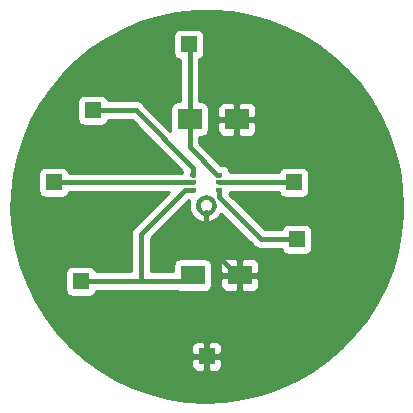
<source format=gtl>
G04 #@! TF.GenerationSoftware,KiCad,Pcbnew,5.0.0-rc2-unknown-2d812c2~65~ubuntu16.04.1*
G04 #@! TF.CreationDate,2018-05-23T18:43:55-05:00*
G04 #@! TF.ProjectId,mems_tdk,6D656D735F74646B2E6B696361645F70,1.0*
G04 #@! TF.SameCoordinates,Original*
G04 #@! TF.FileFunction,Copper,L1,Top,Signal*
G04 #@! TF.FilePolarity,Positive*
%FSLAX46Y46*%
G04 Gerber Fmt 4.6, Leading zero omitted, Abs format (unit mm)*
G04 Created by KiCad (PCBNEW 5.0.0-rc2-unknown-2d812c2~65~ubuntu16.04.1) date Wed May 23 18:43:55 2018*
%MOMM*%
%LPD*%
G01*
G04 APERTURE LIST*
G04 #@! TA.AperFunction,EtchedComponent*
%ADD10C,0.001000*%
G04 #@! TD*
G04 #@! TA.AperFunction,SMDPad,CuDef*
%ADD11R,2.000000X1.600000*%
G04 #@! TD*
G04 #@! TA.AperFunction,ComponentPad*
%ADD12R,1.350000X1.350000*%
G04 #@! TD*
G04 #@! TA.AperFunction,SMDPad,CuDef*
%ADD13R,0.600000X0.400000*%
G04 #@! TD*
G04 #@! TA.AperFunction,SMDPad,CuDef*
%ADD14R,0.100000X0.100000*%
G04 #@! TD*
G04 #@! TA.AperFunction,SMDPad,CuDef*
%ADD15R,2.000000X1.700000*%
G04 #@! TD*
G04 #@! TA.AperFunction,Conductor*
%ADD16C,0.400000*%
G04 #@! TD*
G04 #@! TA.AperFunction,Conductor*
%ADD17C,0.254000*%
G04 #@! TD*
G04 APERTURE END LIST*
D10*
G04 #@! TO.C,MK1*
G36*
X157904484Y-100947382D02*
X157904484Y-101247382D01*
X157894484Y-101247382D01*
X157881394Y-101247382D01*
X157855244Y-101248752D01*
X157829201Y-101251492D01*
X157803338Y-101255582D01*
X157777724Y-101261032D01*
X157752431Y-101267812D01*
X157727526Y-101275902D01*
X157703079Y-101285282D01*
X157679157Y-101295932D01*
X157655826Y-101307822D01*
X157633148Y-101320912D01*
X157611186Y-101335172D01*
X157590001Y-101350572D01*
X157569651Y-101367042D01*
X157550191Y-101384572D01*
X157531675Y-101403082D01*
X157514153Y-101422542D01*
X157497673Y-101442892D01*
X157482281Y-101464082D01*
X157468019Y-101486042D01*
X157454926Y-101508722D01*
X157443038Y-101532052D01*
X157432387Y-101555972D01*
X157423003Y-101580422D01*
X157414911Y-101605322D01*
X157408133Y-101630612D01*
X157402689Y-101656232D01*
X157398592Y-101682092D01*
X157395855Y-101708132D01*
X157394484Y-101734282D01*
X157394484Y-101747382D01*
X157394484Y-101777382D01*
X157394484Y-101790992D01*
X157395909Y-101818192D01*
X157398756Y-101845272D01*
X157403016Y-101872172D01*
X157408678Y-101898812D01*
X157415726Y-101925122D01*
X157424141Y-101951022D01*
X157433901Y-101976442D01*
X157444977Y-102001322D01*
X157457341Y-102025582D01*
X157470958Y-102049172D01*
X157485790Y-102072012D01*
X157501797Y-102094042D01*
X157518935Y-102115212D01*
X157537158Y-102135442D01*
X157556415Y-102154702D01*
X157576653Y-102172922D01*
X157597817Y-102190062D01*
X157619849Y-102206072D01*
X157642689Y-102220902D01*
X157666274Y-102234522D01*
X157690539Y-102246882D01*
X157715418Y-102257962D01*
X157740842Y-102267722D01*
X157766742Y-102276142D01*
X157793048Y-102283182D01*
X157819686Y-102288852D01*
X157846584Y-102293112D01*
X157873668Y-102295952D01*
X157900864Y-102297382D01*
X157914484Y-102297382D01*
X157924484Y-102297382D01*
X157937836Y-102297382D01*
X157964509Y-102295982D01*
X157991072Y-102293192D01*
X158017453Y-102289012D01*
X158043579Y-102283462D01*
X158069379Y-102276552D01*
X158094781Y-102268292D01*
X158119717Y-102258722D01*
X158144117Y-102247862D01*
X158167916Y-102235732D01*
X158191047Y-102222382D01*
X158213448Y-102207832D01*
X158235056Y-102192132D01*
X158255814Y-102175322D01*
X158275663Y-102157452D01*
X158294550Y-102138562D01*
X158312422Y-102118712D01*
X158329231Y-102097962D01*
X158344931Y-102076352D01*
X158359478Y-102053952D01*
X158372833Y-102030822D01*
X158384959Y-102007022D01*
X158395823Y-101982622D01*
X158405395Y-101957682D01*
X158413649Y-101932282D01*
X158420562Y-101906482D01*
X158426115Y-101880352D01*
X158430294Y-101853972D01*
X158433086Y-101827412D01*
X158434484Y-101800742D01*
X158434484Y-101787382D01*
X158434484Y-101757382D01*
X158434484Y-101744032D01*
X158433086Y-101717362D01*
X158430295Y-101690792D01*
X158426116Y-101664412D01*
X158420563Y-101638292D01*
X158413650Y-101612492D01*
X158405397Y-101587082D01*
X158395825Y-101562152D01*
X158384962Y-101537752D01*
X158372836Y-101513952D01*
X158359481Y-101490822D01*
X158344934Y-101468422D01*
X158329235Y-101446812D01*
X158312426Y-101426052D01*
X158294554Y-101406202D01*
X158275667Y-101387312D01*
X158255818Y-101369442D01*
X158235061Y-101352632D01*
X158213453Y-101336932D01*
X158191052Y-101322392D01*
X158167921Y-101309032D01*
X158144123Y-101296912D01*
X158119722Y-101286042D01*
X158094787Y-101276472D01*
X158069384Y-101268222D01*
X158043585Y-101261302D01*
X158017459Y-101255752D01*
X157991078Y-101251572D01*
X157964515Y-101248782D01*
X157937842Y-101247382D01*
X157924484Y-101247382D01*
X157924484Y-100947382D01*
X157934484Y-100947382D01*
X157955428Y-100947382D01*
X157997268Y-100949572D01*
X158038936Y-100953952D01*
X158080318Y-100960512D01*
X158121300Y-100969222D01*
X158161770Y-100980062D01*
X158201616Y-100993012D01*
X158240731Y-101008022D01*
X158279007Y-101025062D01*
X158316338Y-101044082D01*
X158352622Y-101065032D01*
X158387760Y-101087852D01*
X158421656Y-101112482D01*
X158454217Y-101138842D01*
X158485353Y-101166882D01*
X158514979Y-101196502D01*
X158543014Y-101227642D01*
X158569381Y-101260202D01*
X158594008Y-101294102D01*
X158616827Y-101329232D01*
X158637776Y-101365522D01*
X158656798Y-101402852D01*
X158673839Y-101441122D01*
X158688854Y-101480242D01*
X158701801Y-101520092D01*
X158712645Y-101560562D01*
X158721357Y-101601542D01*
X158727911Y-101642922D01*
X158732291Y-101684592D01*
X158734484Y-101726432D01*
X158734484Y-101747382D01*
X158734484Y-101777382D01*
X158734484Y-101798852D01*
X158732237Y-101841732D01*
X158727748Y-101884442D01*
X158721030Y-101926862D01*
X158712102Y-101968872D01*
X158700987Y-102010352D01*
X158687717Y-102051192D01*
X158672327Y-102091282D01*
X158654860Y-102130522D01*
X158635363Y-102168782D01*
X158613891Y-102205972D01*
X158590502Y-102241992D01*
X158565260Y-102276732D01*
X158538234Y-102310112D01*
X158509498Y-102342022D01*
X158479132Y-102372392D01*
X158447218Y-102401122D01*
X158413843Y-102428152D01*
X158379100Y-102453392D01*
X158343084Y-102476782D01*
X158305893Y-102498252D01*
X158267628Y-102517752D01*
X158228396Y-102535222D01*
X158188304Y-102550612D01*
X158147461Y-102563882D01*
X158105980Y-102575002D01*
X158063973Y-102583922D01*
X158021557Y-102590642D01*
X157978847Y-102595132D01*
X157935961Y-102597382D01*
X157914484Y-102597382D01*
X157904484Y-102597382D01*
X157883278Y-102597382D01*
X157840915Y-102595162D01*
X157798726Y-102590732D01*
X157756827Y-102584092D01*
X157715333Y-102575272D01*
X157674357Y-102564292D01*
X157634012Y-102551182D01*
X157594409Y-102535982D01*
X157555655Y-102518732D01*
X157517857Y-102499472D01*
X157481119Y-102478262D01*
X157445542Y-102455152D01*
X157411222Y-102430222D01*
X157378255Y-102403522D01*
X157346729Y-102375142D01*
X157316733Y-102345142D01*
X157288347Y-102313622D01*
X157261651Y-102280652D01*
X157236716Y-102246332D01*
X157213611Y-102210752D01*
X157192401Y-102174022D01*
X157173142Y-102136222D01*
X157155887Y-102097462D01*
X157140684Y-102057862D01*
X157127575Y-102017522D01*
X157116596Y-101976542D01*
X157107776Y-101935052D01*
X157101139Y-101893152D01*
X157096705Y-101850962D01*
X157094484Y-101808602D01*
X157094484Y-101787382D01*
X157094484Y-101757382D01*
X157094484Y-101736172D01*
X157096704Y-101693812D01*
X157101138Y-101651622D01*
X157107774Y-101609722D01*
X157116593Y-101568232D01*
X157127573Y-101527252D01*
X157140681Y-101486912D01*
X157155883Y-101447302D01*
X157173137Y-101408552D01*
X157192396Y-101370752D01*
X157213606Y-101334022D01*
X157236710Y-101298442D01*
X157261645Y-101264122D01*
X157288341Y-101231152D01*
X157316726Y-101199632D01*
X157346722Y-101169632D01*
X157378247Y-101141242D01*
X157411214Y-101114552D01*
X157445534Y-101089612D01*
X157481111Y-101066512D01*
X157517849Y-101045302D01*
X157555646Y-101026042D01*
X157594400Y-101008782D01*
X157634003Y-100993582D01*
X157674348Y-100980472D01*
X157715324Y-100969492D01*
X157756818Y-100960672D01*
X157798717Y-100954042D01*
X157840905Y-100949602D01*
X157883269Y-100947382D01*
X157904484Y-100947382D01*
G37*
X157904484Y-100947382D02*
X157904484Y-101247382D01*
X157894484Y-101247382D01*
X157881394Y-101247382D01*
X157855244Y-101248752D01*
X157829201Y-101251492D01*
X157803338Y-101255582D01*
X157777724Y-101261032D01*
X157752431Y-101267812D01*
X157727526Y-101275902D01*
X157703079Y-101285282D01*
X157679157Y-101295932D01*
X157655826Y-101307822D01*
X157633148Y-101320912D01*
X157611186Y-101335172D01*
X157590001Y-101350572D01*
X157569651Y-101367042D01*
X157550191Y-101384572D01*
X157531675Y-101403082D01*
X157514153Y-101422542D01*
X157497673Y-101442892D01*
X157482281Y-101464082D01*
X157468019Y-101486042D01*
X157454926Y-101508722D01*
X157443038Y-101532052D01*
X157432387Y-101555972D01*
X157423003Y-101580422D01*
X157414911Y-101605322D01*
X157408133Y-101630612D01*
X157402689Y-101656232D01*
X157398592Y-101682092D01*
X157395855Y-101708132D01*
X157394484Y-101734282D01*
X157394484Y-101747382D01*
X157394484Y-101777382D01*
X157394484Y-101790992D01*
X157395909Y-101818192D01*
X157398756Y-101845272D01*
X157403016Y-101872172D01*
X157408678Y-101898812D01*
X157415726Y-101925122D01*
X157424141Y-101951022D01*
X157433901Y-101976442D01*
X157444977Y-102001322D01*
X157457341Y-102025582D01*
X157470958Y-102049172D01*
X157485790Y-102072012D01*
X157501797Y-102094042D01*
X157518935Y-102115212D01*
X157537158Y-102135442D01*
X157556415Y-102154702D01*
X157576653Y-102172922D01*
X157597817Y-102190062D01*
X157619849Y-102206072D01*
X157642689Y-102220902D01*
X157666274Y-102234522D01*
X157690539Y-102246882D01*
X157715418Y-102257962D01*
X157740842Y-102267722D01*
X157766742Y-102276142D01*
X157793048Y-102283182D01*
X157819686Y-102288852D01*
X157846584Y-102293112D01*
X157873668Y-102295952D01*
X157900864Y-102297382D01*
X157914484Y-102297382D01*
X157924484Y-102297382D01*
X157937836Y-102297382D01*
X157964509Y-102295982D01*
X157991072Y-102293192D01*
X158017453Y-102289012D01*
X158043579Y-102283462D01*
X158069379Y-102276552D01*
X158094781Y-102268292D01*
X158119717Y-102258722D01*
X158144117Y-102247862D01*
X158167916Y-102235732D01*
X158191047Y-102222382D01*
X158213448Y-102207832D01*
X158235056Y-102192132D01*
X158255814Y-102175322D01*
X158275663Y-102157452D01*
X158294550Y-102138562D01*
X158312422Y-102118712D01*
X158329231Y-102097962D01*
X158344931Y-102076352D01*
X158359478Y-102053952D01*
X158372833Y-102030822D01*
X158384959Y-102007022D01*
X158395823Y-101982622D01*
X158405395Y-101957682D01*
X158413649Y-101932282D01*
X158420562Y-101906482D01*
X158426115Y-101880352D01*
X158430294Y-101853972D01*
X158433086Y-101827412D01*
X158434484Y-101800742D01*
X158434484Y-101787382D01*
X158434484Y-101757382D01*
X158434484Y-101744032D01*
X158433086Y-101717362D01*
X158430295Y-101690792D01*
X158426116Y-101664412D01*
X158420563Y-101638292D01*
X158413650Y-101612492D01*
X158405397Y-101587082D01*
X158395825Y-101562152D01*
X158384962Y-101537752D01*
X158372836Y-101513952D01*
X158359481Y-101490822D01*
X158344934Y-101468422D01*
X158329235Y-101446812D01*
X158312426Y-101426052D01*
X158294554Y-101406202D01*
X158275667Y-101387312D01*
X158255818Y-101369442D01*
X158235061Y-101352632D01*
X158213453Y-101336932D01*
X158191052Y-101322392D01*
X158167921Y-101309032D01*
X158144123Y-101296912D01*
X158119722Y-101286042D01*
X158094787Y-101276472D01*
X158069384Y-101268222D01*
X158043585Y-101261302D01*
X158017459Y-101255752D01*
X157991078Y-101251572D01*
X157964515Y-101248782D01*
X157937842Y-101247382D01*
X157924484Y-101247382D01*
X157924484Y-100947382D01*
X157934484Y-100947382D01*
X157955428Y-100947382D01*
X157997268Y-100949572D01*
X158038936Y-100953952D01*
X158080318Y-100960512D01*
X158121300Y-100969222D01*
X158161770Y-100980062D01*
X158201616Y-100993012D01*
X158240731Y-101008022D01*
X158279007Y-101025062D01*
X158316338Y-101044082D01*
X158352622Y-101065032D01*
X158387760Y-101087852D01*
X158421656Y-101112482D01*
X158454217Y-101138842D01*
X158485353Y-101166882D01*
X158514979Y-101196502D01*
X158543014Y-101227642D01*
X158569381Y-101260202D01*
X158594008Y-101294102D01*
X158616827Y-101329232D01*
X158637776Y-101365522D01*
X158656798Y-101402852D01*
X158673839Y-101441122D01*
X158688854Y-101480242D01*
X158701801Y-101520092D01*
X158712645Y-101560562D01*
X158721357Y-101601542D01*
X158727911Y-101642922D01*
X158732291Y-101684592D01*
X158734484Y-101726432D01*
X158734484Y-101747382D01*
X158734484Y-101777382D01*
X158734484Y-101798852D01*
X158732237Y-101841732D01*
X158727748Y-101884442D01*
X158721030Y-101926862D01*
X158712102Y-101968872D01*
X158700987Y-102010352D01*
X158687717Y-102051192D01*
X158672327Y-102091282D01*
X158654860Y-102130522D01*
X158635363Y-102168782D01*
X158613891Y-102205972D01*
X158590502Y-102241992D01*
X158565260Y-102276732D01*
X158538234Y-102310112D01*
X158509498Y-102342022D01*
X158479132Y-102372392D01*
X158447218Y-102401122D01*
X158413843Y-102428152D01*
X158379100Y-102453392D01*
X158343084Y-102476782D01*
X158305893Y-102498252D01*
X158267628Y-102517752D01*
X158228396Y-102535222D01*
X158188304Y-102550612D01*
X158147461Y-102563882D01*
X158105980Y-102575002D01*
X158063973Y-102583922D01*
X158021557Y-102590642D01*
X157978847Y-102595132D01*
X157935961Y-102597382D01*
X157914484Y-102597382D01*
X157904484Y-102597382D01*
X157883278Y-102597382D01*
X157840915Y-102595162D01*
X157798726Y-102590732D01*
X157756827Y-102584092D01*
X157715333Y-102575272D01*
X157674357Y-102564292D01*
X157634012Y-102551182D01*
X157594409Y-102535982D01*
X157555655Y-102518732D01*
X157517857Y-102499472D01*
X157481119Y-102478262D01*
X157445542Y-102455152D01*
X157411222Y-102430222D01*
X157378255Y-102403522D01*
X157346729Y-102375142D01*
X157316733Y-102345142D01*
X157288347Y-102313622D01*
X157261651Y-102280652D01*
X157236716Y-102246332D01*
X157213611Y-102210752D01*
X157192401Y-102174022D01*
X157173142Y-102136222D01*
X157155887Y-102097462D01*
X157140684Y-102057862D01*
X157127575Y-102017522D01*
X157116596Y-101976542D01*
X157107776Y-101935052D01*
X157101139Y-101893152D01*
X157096705Y-101850962D01*
X157094484Y-101808602D01*
X157094484Y-101787382D01*
X157094484Y-101757382D01*
X157094484Y-101736172D01*
X157096704Y-101693812D01*
X157101138Y-101651622D01*
X157107774Y-101609722D01*
X157116593Y-101568232D01*
X157127573Y-101527252D01*
X157140681Y-101486912D01*
X157155883Y-101447302D01*
X157173137Y-101408552D01*
X157192396Y-101370752D01*
X157213606Y-101334022D01*
X157236710Y-101298442D01*
X157261645Y-101264122D01*
X157288341Y-101231152D01*
X157316726Y-101199632D01*
X157346722Y-101169632D01*
X157378247Y-101141242D01*
X157411214Y-101114552D01*
X157445534Y-101089612D01*
X157481111Y-101066512D01*
X157517849Y-101045302D01*
X157555646Y-101026042D01*
X157594400Y-101008782D01*
X157634003Y-100993582D01*
X157674348Y-100980472D01*
X157715324Y-100969492D01*
X157756818Y-100960672D01*
X157798717Y-100954042D01*
X157840905Y-100949602D01*
X157883269Y-100947382D01*
X157904484Y-100947382D01*
G04 #@! TD*
D11*
G04 #@! TO.P,C1,2*
G04 #@! TO.N,GND*
X160782000Y-107696000D03*
G04 #@! TO.P,C1,1*
G04 #@! TO.N,VCC*
X156782000Y-107696000D03*
G04 #@! TD*
D12*
G04 #@! TO.P,J1,1*
G04 #@! TO.N,Net-(J1-Pad1)*
X156464000Y-88138000D03*
G04 #@! TD*
G04 #@! TO.P,J2,1*
G04 #@! TO.N,Net-(J2-Pad1)*
X145034000Y-99822000D03*
G04 #@! TD*
G04 #@! TO.P,J3,1*
G04 #@! TO.N,Net-(J3-Pad1)*
X148336000Y-93726000D03*
G04 #@! TD*
G04 #@! TO.P,J4,1*
G04 #@! TO.N,Net-(J4-Pad1)*
X165354000Y-99822000D03*
G04 #@! TD*
G04 #@! TO.P,J5,1*
G04 #@! TO.N,Net-(J5-Pad1)*
X165608000Y-104648000D03*
G04 #@! TD*
G04 #@! TO.P,J6,1*
G04 #@! TO.N,VCC*
X147320000Y-108204000D03*
G04 #@! TD*
G04 #@! TO.P,J7,1*
G04 #@! TO.N,GND*
X157988000Y-114554000D03*
G04 #@! TD*
D13*
G04 #@! TO.P,MK1,1*
G04 #@! TO.N,Net-(J3-Pad1)*
X156839484Y-99197382D03*
D14*
G04 #@! TO.P,MK1,4*
G04 #@! TO.N,GND*
X157914484Y-102347382D03*
D13*
G04 #@! TO.P,MK1,2*
G04 #@! TO.N,Net-(J2-Pad1)*
X156839484Y-99847382D03*
G04 #@! TO.P,MK1,3*
G04 #@! TO.N,VCC*
X156839484Y-100497382D03*
G04 #@! TO.P,MK1,7*
G04 #@! TO.N,Net-(J1-Pad1)*
X158989484Y-99197382D03*
G04 #@! TO.P,MK1,6*
G04 #@! TO.N,Net-(J4-Pad1)*
X158989484Y-99847382D03*
G04 #@! TO.P,MK1,5*
G04 #@! TO.N,Net-(J5-Pad1)*
X158989484Y-100497382D03*
G04 #@! TD*
D15*
G04 #@! TO.P,R1,2*
G04 #@! TO.N,GND*
X160528000Y-94488000D03*
G04 #@! TO.P,R1,1*
G04 #@! TO.N,Net-(J1-Pad1)*
X156528000Y-94488000D03*
G04 #@! TD*
D16*
G04 #@! TO.N,GND*
X157988000Y-114554000D02*
X159063000Y-114554000D01*
X160782000Y-108896000D02*
X160782000Y-107696000D01*
X159063000Y-114554000D02*
X160782000Y-112835000D01*
X160782000Y-112835000D02*
X160782000Y-108896000D01*
G04 #@! TO.N,VCC*
X156739484Y-100497382D02*
X156839484Y-100497382D01*
X156274000Y-108204000D02*
X156782000Y-107696000D01*
G04 #@! TO.N,GND*
X160582000Y-107696000D02*
X160782000Y-107696000D01*
X157914484Y-105028484D02*
X160582000Y-107696000D01*
X157914484Y-102347382D02*
X157914484Y-105028484D01*
X167894000Y-94488000D02*
X160528000Y-94488000D01*
X160782000Y-107696000D02*
X168148000Y-107696000D01*
X168148000Y-107696000D02*
X170688000Y-105156000D01*
X170688000Y-105156000D02*
X170688000Y-97282000D01*
X170688000Y-97282000D02*
X167894000Y-94488000D01*
G04 #@! TO.N,VCC*
X152400000Y-104236866D02*
X152400000Y-108204000D01*
X156839484Y-100497382D02*
X156139484Y-100497382D01*
X147320000Y-108204000D02*
X152400000Y-108204000D01*
X156139484Y-100497382D02*
X152400000Y-104236866D01*
X152400000Y-108204000D02*
X156274000Y-108204000D01*
G04 #@! TO.N,Net-(J1-Pad1)*
X158889484Y-99197382D02*
X158989484Y-99197382D01*
X156528000Y-96835898D02*
X158889484Y-99197382D01*
X156528000Y-94488000D02*
X156528000Y-96835898D01*
X156528000Y-88202000D02*
X156464000Y-88138000D01*
X156528000Y-94488000D02*
X156528000Y-88202000D01*
G04 #@! TO.N,Net-(J2-Pad1)*
X145059382Y-99847382D02*
X145034000Y-99822000D01*
X156839484Y-99847382D02*
X145059382Y-99847382D01*
G04 #@! TO.N,Net-(J3-Pad1)*
X156839484Y-98597382D02*
X151968102Y-93726000D01*
X149411000Y-93726000D02*
X148336000Y-93726000D01*
X151968102Y-93726000D02*
X149411000Y-93726000D01*
X156839484Y-99197382D02*
X156839484Y-98597382D01*
G04 #@! TO.N,Net-(J4-Pad1)*
X159014866Y-99822000D02*
X158989484Y-99847382D01*
X165354000Y-99822000D02*
X159014866Y-99822000D01*
G04 #@! TO.N,Net-(J5-Pad1)*
X164533000Y-104648000D02*
X165608000Y-104648000D01*
X162540102Y-104648000D02*
X164533000Y-104648000D01*
X158989484Y-101097382D02*
X162540102Y-104648000D01*
X158989484Y-100497382D02*
X158989484Y-101097382D01*
G04 #@! TD*
D17*
G04 #@! TO.N,GND*
G36*
X160148312Y-85444804D02*
X161711118Y-85727406D01*
X163239643Y-86158494D01*
X164719813Y-86734101D01*
X166137999Y-87448926D01*
X167481143Y-88296387D01*
X168736878Y-89268681D01*
X169893642Y-90356855D01*
X170940783Y-91550891D01*
X171868660Y-92839794D01*
X172668730Y-94211696D01*
X173333625Y-95653965D01*
X173857224Y-97153322D01*
X174234705Y-98695960D01*
X174462593Y-100267677D01*
X174538790Y-101854000D01*
X174523037Y-102575935D01*
X174377719Y-104157425D01*
X174081490Y-105717705D01*
X173637079Y-107242410D01*
X173048578Y-108717501D01*
X172321405Y-110129395D01*
X171462255Y-111465093D01*
X170479040Y-112712295D01*
X169380812Y-113859519D01*
X168177684Y-114896201D01*
X166880733Y-115812795D01*
X165501901Y-116600862D01*
X164053885Y-117253146D01*
X162550016Y-117763640D01*
X161004142Y-118127645D01*
X159430496Y-118341809D01*
X157843569Y-118404160D01*
X156257971Y-118314123D01*
X154688303Y-118072528D01*
X153149017Y-117681599D01*
X151654287Y-117144936D01*
X150217875Y-116467480D01*
X148853007Y-115655469D01*
X147740506Y-114839750D01*
X156678000Y-114839750D01*
X156678000Y-115355310D01*
X156774673Y-115588699D01*
X156953302Y-115767327D01*
X157186691Y-115864000D01*
X157702250Y-115864000D01*
X157861000Y-115705250D01*
X157861000Y-114681000D01*
X158115000Y-114681000D01*
X158115000Y-115705250D01*
X158273750Y-115864000D01*
X158789309Y-115864000D01*
X159022698Y-115767327D01*
X159201327Y-115588699D01*
X159298000Y-115355310D01*
X159298000Y-114839750D01*
X159139250Y-114681000D01*
X158115000Y-114681000D01*
X157861000Y-114681000D01*
X156836750Y-114681000D01*
X156678000Y-114839750D01*
X147740506Y-114839750D01*
X147572250Y-114716380D01*
X146492528Y-113752690D01*
X156678000Y-113752690D01*
X156678000Y-114268250D01*
X156836750Y-114427000D01*
X157861000Y-114427000D01*
X157861000Y-113402750D01*
X158115000Y-113402750D01*
X158115000Y-114427000D01*
X159139250Y-114427000D01*
X159298000Y-114268250D01*
X159298000Y-113752690D01*
X159201327Y-113519301D01*
X159022698Y-113340673D01*
X158789309Y-113244000D01*
X158273750Y-113244000D01*
X158115000Y-113402750D01*
X157861000Y-113402750D01*
X157702250Y-113244000D01*
X157186691Y-113244000D01*
X156953302Y-113340673D01*
X156774673Y-113519301D01*
X156678000Y-113752690D01*
X146492528Y-113752690D01*
X146387398Y-113658858D01*
X145309359Y-112492643D01*
X144348061Y-111228471D01*
X143512353Y-109877982D01*
X142809931Y-108453612D01*
X142247263Y-106968475D01*
X141829530Y-105436247D01*
X141560577Y-103871034D01*
X141442882Y-102287249D01*
X141477527Y-100699475D01*
X141661274Y-99147000D01*
X143711560Y-99147000D01*
X143711560Y-100497000D01*
X143760843Y-100744765D01*
X143901191Y-100954809D01*
X144111235Y-101095157D01*
X144359000Y-101144440D01*
X145709000Y-101144440D01*
X145956765Y-101095157D01*
X146166809Y-100954809D01*
X146307157Y-100744765D01*
X146319566Y-100682382D01*
X154773616Y-100682382D01*
X151867720Y-103588279D01*
X151797999Y-103634865D01*
X151613448Y-103911066D01*
X151565000Y-104154630D01*
X151565000Y-104154633D01*
X151548643Y-104236866D01*
X151565000Y-104319099D01*
X151565001Y-107369000D01*
X148610614Y-107369000D01*
X148593157Y-107281235D01*
X148452809Y-107071191D01*
X148242765Y-106930843D01*
X147995000Y-106881560D01*
X146645000Y-106881560D01*
X146397235Y-106930843D01*
X146187191Y-107071191D01*
X146046843Y-107281235D01*
X145997560Y-107529000D01*
X145997560Y-108879000D01*
X146046843Y-109126765D01*
X146187191Y-109336809D01*
X146397235Y-109477157D01*
X146645000Y-109526440D01*
X147995000Y-109526440D01*
X148242765Y-109477157D01*
X148452809Y-109336809D01*
X148593157Y-109126765D01*
X148610614Y-109039000D01*
X152317763Y-109039000D01*
X152400000Y-109055358D01*
X152482237Y-109039000D01*
X155451687Y-109039000D01*
X155534235Y-109094157D01*
X155782000Y-109143440D01*
X157782000Y-109143440D01*
X158029765Y-109094157D01*
X158239809Y-108953809D01*
X158380157Y-108743765D01*
X158429440Y-108496000D01*
X158429440Y-107981750D01*
X159147000Y-107981750D01*
X159147000Y-108622310D01*
X159243673Y-108855699D01*
X159422302Y-109034327D01*
X159655691Y-109131000D01*
X160496250Y-109131000D01*
X160655000Y-108972250D01*
X160655000Y-107823000D01*
X160909000Y-107823000D01*
X160909000Y-108972250D01*
X161067750Y-109131000D01*
X161908309Y-109131000D01*
X162141698Y-109034327D01*
X162320327Y-108855699D01*
X162417000Y-108622310D01*
X162417000Y-107981750D01*
X162258250Y-107823000D01*
X160909000Y-107823000D01*
X160655000Y-107823000D01*
X159305750Y-107823000D01*
X159147000Y-107981750D01*
X158429440Y-107981750D01*
X158429440Y-106896000D01*
X158404316Y-106769690D01*
X159147000Y-106769690D01*
X159147000Y-107410250D01*
X159305750Y-107569000D01*
X160655000Y-107569000D01*
X160655000Y-106419750D01*
X160909000Y-106419750D01*
X160909000Y-107569000D01*
X162258250Y-107569000D01*
X162417000Y-107410250D01*
X162417000Y-106769690D01*
X162320327Y-106536301D01*
X162141698Y-106357673D01*
X161908309Y-106261000D01*
X161067750Y-106261000D01*
X160909000Y-106419750D01*
X160655000Y-106419750D01*
X160496250Y-106261000D01*
X159655691Y-106261000D01*
X159422302Y-106357673D01*
X159243673Y-106536301D01*
X159147000Y-106769690D01*
X158404316Y-106769690D01*
X158380157Y-106648235D01*
X158239809Y-106438191D01*
X158029765Y-106297843D01*
X157782000Y-106248560D01*
X155782000Y-106248560D01*
X155534235Y-106297843D01*
X155324191Y-106438191D01*
X155183843Y-106648235D01*
X155134560Y-106896000D01*
X155134560Y-107369000D01*
X153235000Y-107369000D01*
X153235000Y-104582733D01*
X156483957Y-101333777D01*
X156521941Y-101341332D01*
X156521195Y-101347633D01*
X156513725Y-101362781D01*
X156502745Y-101403760D01*
X156501642Y-101420599D01*
X156494980Y-101436104D01*
X156486161Y-101477594D01*
X156485940Y-101494474D01*
X156480097Y-101510313D01*
X156473461Y-101552212D01*
X156474124Y-101569081D01*
X156469119Y-101585200D01*
X156464685Y-101627389D01*
X156466229Y-101644195D01*
X156462075Y-101660553D01*
X156459855Y-101702912D01*
X156462277Y-101719617D01*
X156458984Y-101736172D01*
X156458984Y-101808602D01*
X156462279Y-101825165D01*
X156459856Y-101841877D01*
X156462077Y-101884236D01*
X156466230Y-101900586D01*
X156464686Y-101917385D01*
X156469120Y-101959574D01*
X156474128Y-101975702D01*
X156473465Y-101992576D01*
X156480102Y-102034476D01*
X156485945Y-102050312D01*
X156486166Y-102067195D01*
X156494986Y-102108684D01*
X156501642Y-102124175D01*
X156502744Y-102141000D01*
X156513723Y-102181980D01*
X156521199Y-102197140D01*
X156523186Y-102213926D01*
X156536295Y-102254266D01*
X156544545Y-102268996D01*
X156547404Y-102285631D01*
X156562607Y-102325231D01*
X156571599Y-102339480D01*
X156575317Y-102355917D01*
X156592572Y-102394677D01*
X156602318Y-102408468D01*
X156606901Y-102424720D01*
X156626160Y-102462520D01*
X156636629Y-102475801D01*
X156642067Y-102491816D01*
X156663277Y-102528546D01*
X156674388Y-102541214D01*
X156680630Y-102556860D01*
X156703735Y-102592441D01*
X156715517Y-102604536D01*
X156722586Y-102619870D01*
X156747521Y-102654190D01*
X156759905Y-102665637D01*
X156767756Y-102680562D01*
X156794452Y-102713532D01*
X156807464Y-102724355D01*
X156816118Y-102738898D01*
X156844504Y-102770418D01*
X156857989Y-102780486D01*
X156867337Y-102794478D01*
X156897333Y-102824479D01*
X156911414Y-102833889D01*
X156921547Y-102847456D01*
X156953073Y-102875836D01*
X156967531Y-102884436D01*
X156978287Y-102897370D01*
X157011254Y-102924070D01*
X157026239Y-102931955D01*
X157037733Y-102944387D01*
X157072053Y-102969318D01*
X157087320Y-102976354D01*
X157099360Y-102988086D01*
X157134937Y-103011196D01*
X157150654Y-103017469D01*
X157163377Y-103028626D01*
X157200115Y-103049836D01*
X157216089Y-103055258D01*
X157229335Y-103065701D01*
X157267133Y-103084961D01*
X157283413Y-103089553D01*
X157297229Y-103099315D01*
X157335983Y-103116565D01*
X157352432Y-103120285D01*
X157366694Y-103129283D01*
X157406298Y-103144483D01*
X157422909Y-103147336D01*
X157437617Y-103155574D01*
X157477962Y-103168684D01*
X157494729Y-103170669D01*
X157509870Y-103178136D01*
X157550847Y-103189116D01*
X157567693Y-103190220D01*
X157583203Y-103196884D01*
X157624697Y-103205704D01*
X157641547Y-103205925D01*
X157657357Y-103211759D01*
X157699256Y-103218399D01*
X157716183Y-103217735D01*
X157732361Y-103222757D01*
X157774550Y-103227187D01*
X157791328Y-103225644D01*
X157807658Y-103229791D01*
X157850021Y-103232011D01*
X157866724Y-103229589D01*
X157883278Y-103232882D01*
X157935961Y-103232882D01*
X157952535Y-103229585D01*
X157969257Y-103232009D01*
X158012143Y-103229759D01*
X158028492Y-103225606D01*
X158045289Y-103227149D01*
X158087999Y-103222659D01*
X158104127Y-103217651D01*
X158120999Y-103218313D01*
X158163415Y-103211593D01*
X158179176Y-103205778D01*
X158195975Y-103205561D01*
X158237983Y-103196641D01*
X158253585Y-103189942D01*
X158270531Y-103188829D01*
X158312013Y-103177709D01*
X158327115Y-103170259D01*
X158343832Y-103168281D01*
X158384675Y-103155011D01*
X158399406Y-103146762D01*
X158416048Y-103143902D01*
X158456140Y-103128512D01*
X158470430Y-103119495D01*
X158486912Y-103115765D01*
X158526144Y-103098295D01*
X158539929Y-103088552D01*
X158556174Y-103083969D01*
X158594439Y-103064469D01*
X158607669Y-103054038D01*
X158623618Y-103048625D01*
X158660809Y-103027156D01*
X158673516Y-103016013D01*
X158689212Y-103009751D01*
X158725228Y-102986361D01*
X158737305Y-102974596D01*
X158752616Y-102967538D01*
X158787358Y-102942298D01*
X158798839Y-102929879D01*
X158813807Y-102922003D01*
X158847182Y-102894973D01*
X158857941Y-102882035D01*
X158872406Y-102873431D01*
X158904320Y-102844701D01*
X158914451Y-102831136D01*
X158928528Y-102821729D01*
X158958894Y-102791359D01*
X158968247Y-102777359D01*
X158981736Y-102767288D01*
X159010472Y-102735378D01*
X159019129Y-102720830D01*
X159032143Y-102710004D01*
X159059169Y-102676624D01*
X159067009Y-102661720D01*
X159079377Y-102650288D01*
X159104619Y-102615548D01*
X159111699Y-102600193D01*
X159123495Y-102588082D01*
X159146884Y-102552063D01*
X159153131Y-102536402D01*
X159164248Y-102523726D01*
X159185720Y-102486536D01*
X159188774Y-102477539D01*
X161891517Y-105180283D01*
X161938101Y-105250001D01*
X162214301Y-105434552D01*
X162457865Y-105483000D01*
X162457868Y-105483000D01*
X162540101Y-105499357D01*
X162622334Y-105483000D01*
X164317386Y-105483000D01*
X164334843Y-105570765D01*
X164475191Y-105780809D01*
X164685235Y-105921157D01*
X164933000Y-105970440D01*
X166283000Y-105970440D01*
X166530765Y-105921157D01*
X166740809Y-105780809D01*
X166881157Y-105570765D01*
X166930440Y-105323000D01*
X166930440Y-103973000D01*
X166881157Y-103725235D01*
X166740809Y-103515191D01*
X166530765Y-103374843D01*
X166283000Y-103325560D01*
X164933000Y-103325560D01*
X164685235Y-103374843D01*
X164475191Y-103515191D01*
X164334843Y-103725235D01*
X164317386Y-103813000D01*
X162885970Y-103813000D01*
X159909288Y-100836319D01*
X159936924Y-100697382D01*
X159936924Y-100657000D01*
X164063386Y-100657000D01*
X164080843Y-100744765D01*
X164221191Y-100954809D01*
X164431235Y-101095157D01*
X164679000Y-101144440D01*
X166029000Y-101144440D01*
X166276765Y-101095157D01*
X166486809Y-100954809D01*
X166627157Y-100744765D01*
X166676440Y-100497000D01*
X166676440Y-99147000D01*
X166627157Y-98899235D01*
X166486809Y-98689191D01*
X166276765Y-98548843D01*
X166029000Y-98499560D01*
X164679000Y-98499560D01*
X164431235Y-98548843D01*
X164221191Y-98689191D01*
X164080843Y-98899235D01*
X164063386Y-98987000D01*
X159934859Y-98987000D01*
X159887641Y-98749617D01*
X159747293Y-98539573D01*
X159537249Y-98399225D01*
X159289484Y-98349942D01*
X159222912Y-98349942D01*
X157363000Y-96490031D01*
X157363000Y-95985440D01*
X157528000Y-95985440D01*
X157775765Y-95936157D01*
X157985809Y-95795809D01*
X158126157Y-95585765D01*
X158175440Y-95338000D01*
X158175440Y-94773750D01*
X158893000Y-94773750D01*
X158893000Y-95464310D01*
X158989673Y-95697699D01*
X159168302Y-95876327D01*
X159401691Y-95973000D01*
X160242250Y-95973000D01*
X160401000Y-95814250D01*
X160401000Y-94615000D01*
X160655000Y-94615000D01*
X160655000Y-95814250D01*
X160813750Y-95973000D01*
X161654309Y-95973000D01*
X161887698Y-95876327D01*
X162066327Y-95697699D01*
X162163000Y-95464310D01*
X162163000Y-94773750D01*
X162004250Y-94615000D01*
X160655000Y-94615000D01*
X160401000Y-94615000D01*
X159051750Y-94615000D01*
X158893000Y-94773750D01*
X158175440Y-94773750D01*
X158175440Y-93638000D01*
X158150316Y-93511690D01*
X158893000Y-93511690D01*
X158893000Y-94202250D01*
X159051750Y-94361000D01*
X160401000Y-94361000D01*
X160401000Y-93161750D01*
X160655000Y-93161750D01*
X160655000Y-94361000D01*
X162004250Y-94361000D01*
X162163000Y-94202250D01*
X162163000Y-93511690D01*
X162066327Y-93278301D01*
X161887698Y-93099673D01*
X161654309Y-93003000D01*
X160813750Y-93003000D01*
X160655000Y-93161750D01*
X160401000Y-93161750D01*
X160242250Y-93003000D01*
X159401691Y-93003000D01*
X159168302Y-93099673D01*
X158989673Y-93278301D01*
X158893000Y-93511690D01*
X158150316Y-93511690D01*
X158126157Y-93390235D01*
X157985809Y-93180191D01*
X157775765Y-93039843D01*
X157528000Y-92990560D01*
X157363000Y-92990560D01*
X157363000Y-89415884D01*
X157386765Y-89411157D01*
X157596809Y-89270809D01*
X157737157Y-89060765D01*
X157786440Y-88813000D01*
X157786440Y-87463000D01*
X157737157Y-87215235D01*
X157596809Y-87005191D01*
X157386765Y-86864843D01*
X157139000Y-86815560D01*
X155789000Y-86815560D01*
X155541235Y-86864843D01*
X155331191Y-87005191D01*
X155190843Y-87215235D01*
X155141560Y-87463000D01*
X155141560Y-88813000D01*
X155190843Y-89060765D01*
X155331191Y-89270809D01*
X155541235Y-89411157D01*
X155693001Y-89441345D01*
X155693000Y-92990560D01*
X155528000Y-92990560D01*
X155280235Y-93039843D01*
X155070191Y-93180191D01*
X154929843Y-93390235D01*
X154880560Y-93638000D01*
X154880560Y-95338000D01*
X154910254Y-95487284D01*
X152616689Y-93193720D01*
X152570103Y-93123999D01*
X152293903Y-92939448D01*
X152050339Y-92891000D01*
X152050335Y-92891000D01*
X151968102Y-92874643D01*
X151885869Y-92891000D01*
X149626614Y-92891000D01*
X149609157Y-92803235D01*
X149468809Y-92593191D01*
X149258765Y-92452843D01*
X149011000Y-92403560D01*
X147661000Y-92403560D01*
X147413235Y-92452843D01*
X147203191Y-92593191D01*
X147062843Y-92803235D01*
X147013560Y-93051000D01*
X147013560Y-94401000D01*
X147062843Y-94648765D01*
X147203191Y-94858809D01*
X147413235Y-94999157D01*
X147661000Y-95048440D01*
X149011000Y-95048440D01*
X149258765Y-94999157D01*
X149468809Y-94858809D01*
X149609157Y-94648765D01*
X149626614Y-94561000D01*
X151622235Y-94561000D01*
X155919680Y-98858447D01*
X155892044Y-98997382D01*
X155892044Y-99012382D01*
X146329663Y-99012382D01*
X146307157Y-98899235D01*
X146166809Y-98689191D01*
X145956765Y-98548843D01*
X145709000Y-98499560D01*
X144359000Y-98499560D01*
X144111235Y-98548843D01*
X143901191Y-98689191D01*
X143760843Y-98899235D01*
X143711560Y-99147000D01*
X141661274Y-99147000D01*
X141664194Y-99122332D01*
X142001164Y-97570340D01*
X142485335Y-96057791D01*
X143112248Y-94598611D01*
X143876132Y-93206236D01*
X144769951Y-91893486D01*
X145785478Y-90672448D01*
X146913360Y-89554366D01*
X148143213Y-88549534D01*
X149463713Y-87667204D01*
X150862701Y-86915501D01*
X152327296Y-86301345D01*
X153844013Y-85830392D01*
X155398886Y-85506978D01*
X156977598Y-85334081D01*
X158565614Y-85313292D01*
X160148312Y-85444804D01*
X160148312Y-85444804D01*
G37*
X160148312Y-85444804D02*
X161711118Y-85727406D01*
X163239643Y-86158494D01*
X164719813Y-86734101D01*
X166137999Y-87448926D01*
X167481143Y-88296387D01*
X168736878Y-89268681D01*
X169893642Y-90356855D01*
X170940783Y-91550891D01*
X171868660Y-92839794D01*
X172668730Y-94211696D01*
X173333625Y-95653965D01*
X173857224Y-97153322D01*
X174234705Y-98695960D01*
X174462593Y-100267677D01*
X174538790Y-101854000D01*
X174523037Y-102575935D01*
X174377719Y-104157425D01*
X174081490Y-105717705D01*
X173637079Y-107242410D01*
X173048578Y-108717501D01*
X172321405Y-110129395D01*
X171462255Y-111465093D01*
X170479040Y-112712295D01*
X169380812Y-113859519D01*
X168177684Y-114896201D01*
X166880733Y-115812795D01*
X165501901Y-116600862D01*
X164053885Y-117253146D01*
X162550016Y-117763640D01*
X161004142Y-118127645D01*
X159430496Y-118341809D01*
X157843569Y-118404160D01*
X156257971Y-118314123D01*
X154688303Y-118072528D01*
X153149017Y-117681599D01*
X151654287Y-117144936D01*
X150217875Y-116467480D01*
X148853007Y-115655469D01*
X147740506Y-114839750D01*
X156678000Y-114839750D01*
X156678000Y-115355310D01*
X156774673Y-115588699D01*
X156953302Y-115767327D01*
X157186691Y-115864000D01*
X157702250Y-115864000D01*
X157861000Y-115705250D01*
X157861000Y-114681000D01*
X158115000Y-114681000D01*
X158115000Y-115705250D01*
X158273750Y-115864000D01*
X158789309Y-115864000D01*
X159022698Y-115767327D01*
X159201327Y-115588699D01*
X159298000Y-115355310D01*
X159298000Y-114839750D01*
X159139250Y-114681000D01*
X158115000Y-114681000D01*
X157861000Y-114681000D01*
X156836750Y-114681000D01*
X156678000Y-114839750D01*
X147740506Y-114839750D01*
X147572250Y-114716380D01*
X146492528Y-113752690D01*
X156678000Y-113752690D01*
X156678000Y-114268250D01*
X156836750Y-114427000D01*
X157861000Y-114427000D01*
X157861000Y-113402750D01*
X158115000Y-113402750D01*
X158115000Y-114427000D01*
X159139250Y-114427000D01*
X159298000Y-114268250D01*
X159298000Y-113752690D01*
X159201327Y-113519301D01*
X159022698Y-113340673D01*
X158789309Y-113244000D01*
X158273750Y-113244000D01*
X158115000Y-113402750D01*
X157861000Y-113402750D01*
X157702250Y-113244000D01*
X157186691Y-113244000D01*
X156953302Y-113340673D01*
X156774673Y-113519301D01*
X156678000Y-113752690D01*
X146492528Y-113752690D01*
X146387398Y-113658858D01*
X145309359Y-112492643D01*
X144348061Y-111228471D01*
X143512353Y-109877982D01*
X142809931Y-108453612D01*
X142247263Y-106968475D01*
X141829530Y-105436247D01*
X141560577Y-103871034D01*
X141442882Y-102287249D01*
X141477527Y-100699475D01*
X141661274Y-99147000D01*
X143711560Y-99147000D01*
X143711560Y-100497000D01*
X143760843Y-100744765D01*
X143901191Y-100954809D01*
X144111235Y-101095157D01*
X144359000Y-101144440D01*
X145709000Y-101144440D01*
X145956765Y-101095157D01*
X146166809Y-100954809D01*
X146307157Y-100744765D01*
X146319566Y-100682382D01*
X154773616Y-100682382D01*
X151867720Y-103588279D01*
X151797999Y-103634865D01*
X151613448Y-103911066D01*
X151565000Y-104154630D01*
X151565000Y-104154633D01*
X151548643Y-104236866D01*
X151565000Y-104319099D01*
X151565001Y-107369000D01*
X148610614Y-107369000D01*
X148593157Y-107281235D01*
X148452809Y-107071191D01*
X148242765Y-106930843D01*
X147995000Y-106881560D01*
X146645000Y-106881560D01*
X146397235Y-106930843D01*
X146187191Y-107071191D01*
X146046843Y-107281235D01*
X145997560Y-107529000D01*
X145997560Y-108879000D01*
X146046843Y-109126765D01*
X146187191Y-109336809D01*
X146397235Y-109477157D01*
X146645000Y-109526440D01*
X147995000Y-109526440D01*
X148242765Y-109477157D01*
X148452809Y-109336809D01*
X148593157Y-109126765D01*
X148610614Y-109039000D01*
X152317763Y-109039000D01*
X152400000Y-109055358D01*
X152482237Y-109039000D01*
X155451687Y-109039000D01*
X155534235Y-109094157D01*
X155782000Y-109143440D01*
X157782000Y-109143440D01*
X158029765Y-109094157D01*
X158239809Y-108953809D01*
X158380157Y-108743765D01*
X158429440Y-108496000D01*
X158429440Y-107981750D01*
X159147000Y-107981750D01*
X159147000Y-108622310D01*
X159243673Y-108855699D01*
X159422302Y-109034327D01*
X159655691Y-109131000D01*
X160496250Y-109131000D01*
X160655000Y-108972250D01*
X160655000Y-107823000D01*
X160909000Y-107823000D01*
X160909000Y-108972250D01*
X161067750Y-109131000D01*
X161908309Y-109131000D01*
X162141698Y-109034327D01*
X162320327Y-108855699D01*
X162417000Y-108622310D01*
X162417000Y-107981750D01*
X162258250Y-107823000D01*
X160909000Y-107823000D01*
X160655000Y-107823000D01*
X159305750Y-107823000D01*
X159147000Y-107981750D01*
X158429440Y-107981750D01*
X158429440Y-106896000D01*
X158404316Y-106769690D01*
X159147000Y-106769690D01*
X159147000Y-107410250D01*
X159305750Y-107569000D01*
X160655000Y-107569000D01*
X160655000Y-106419750D01*
X160909000Y-106419750D01*
X160909000Y-107569000D01*
X162258250Y-107569000D01*
X162417000Y-107410250D01*
X162417000Y-106769690D01*
X162320327Y-106536301D01*
X162141698Y-106357673D01*
X161908309Y-106261000D01*
X161067750Y-106261000D01*
X160909000Y-106419750D01*
X160655000Y-106419750D01*
X160496250Y-106261000D01*
X159655691Y-106261000D01*
X159422302Y-106357673D01*
X159243673Y-106536301D01*
X159147000Y-106769690D01*
X158404316Y-106769690D01*
X158380157Y-106648235D01*
X158239809Y-106438191D01*
X158029765Y-106297843D01*
X157782000Y-106248560D01*
X155782000Y-106248560D01*
X155534235Y-106297843D01*
X155324191Y-106438191D01*
X155183843Y-106648235D01*
X155134560Y-106896000D01*
X155134560Y-107369000D01*
X153235000Y-107369000D01*
X153235000Y-104582733D01*
X156483957Y-101333777D01*
X156521941Y-101341332D01*
X156521195Y-101347633D01*
X156513725Y-101362781D01*
X156502745Y-101403760D01*
X156501642Y-101420599D01*
X156494980Y-101436104D01*
X156486161Y-101477594D01*
X156485940Y-101494474D01*
X156480097Y-101510313D01*
X156473461Y-101552212D01*
X156474124Y-101569081D01*
X156469119Y-101585200D01*
X156464685Y-101627389D01*
X156466229Y-101644195D01*
X156462075Y-101660553D01*
X156459855Y-101702912D01*
X156462277Y-101719617D01*
X156458984Y-101736172D01*
X156458984Y-101808602D01*
X156462279Y-101825165D01*
X156459856Y-101841877D01*
X156462077Y-101884236D01*
X156466230Y-101900586D01*
X156464686Y-101917385D01*
X156469120Y-101959574D01*
X156474128Y-101975702D01*
X156473465Y-101992576D01*
X156480102Y-102034476D01*
X156485945Y-102050312D01*
X156486166Y-102067195D01*
X156494986Y-102108684D01*
X156501642Y-102124175D01*
X156502744Y-102141000D01*
X156513723Y-102181980D01*
X156521199Y-102197140D01*
X156523186Y-102213926D01*
X156536295Y-102254266D01*
X156544545Y-102268996D01*
X156547404Y-102285631D01*
X156562607Y-102325231D01*
X156571599Y-102339480D01*
X156575317Y-102355917D01*
X156592572Y-102394677D01*
X156602318Y-102408468D01*
X156606901Y-102424720D01*
X156626160Y-102462520D01*
X156636629Y-102475801D01*
X156642067Y-102491816D01*
X156663277Y-102528546D01*
X156674388Y-102541214D01*
X156680630Y-102556860D01*
X156703735Y-102592441D01*
X156715517Y-102604536D01*
X156722586Y-102619870D01*
X156747521Y-102654190D01*
X156759905Y-102665637D01*
X156767756Y-102680562D01*
X156794452Y-102713532D01*
X156807464Y-102724355D01*
X156816118Y-102738898D01*
X156844504Y-102770418D01*
X156857989Y-102780486D01*
X156867337Y-102794478D01*
X156897333Y-102824479D01*
X156911414Y-102833889D01*
X156921547Y-102847456D01*
X156953073Y-102875836D01*
X156967531Y-102884436D01*
X156978287Y-102897370D01*
X157011254Y-102924070D01*
X157026239Y-102931955D01*
X157037733Y-102944387D01*
X157072053Y-102969318D01*
X157087320Y-102976354D01*
X157099360Y-102988086D01*
X157134937Y-103011196D01*
X157150654Y-103017469D01*
X157163377Y-103028626D01*
X157200115Y-103049836D01*
X157216089Y-103055258D01*
X157229335Y-103065701D01*
X157267133Y-103084961D01*
X157283413Y-103089553D01*
X157297229Y-103099315D01*
X157335983Y-103116565D01*
X157352432Y-103120285D01*
X157366694Y-103129283D01*
X157406298Y-103144483D01*
X157422909Y-103147336D01*
X157437617Y-103155574D01*
X157477962Y-103168684D01*
X157494729Y-103170669D01*
X157509870Y-103178136D01*
X157550847Y-103189116D01*
X157567693Y-103190220D01*
X157583203Y-103196884D01*
X157624697Y-103205704D01*
X157641547Y-103205925D01*
X157657357Y-103211759D01*
X157699256Y-103218399D01*
X157716183Y-103217735D01*
X157732361Y-103222757D01*
X157774550Y-103227187D01*
X157791328Y-103225644D01*
X157807658Y-103229791D01*
X157850021Y-103232011D01*
X157866724Y-103229589D01*
X157883278Y-103232882D01*
X157935961Y-103232882D01*
X157952535Y-103229585D01*
X157969257Y-103232009D01*
X158012143Y-103229759D01*
X158028492Y-103225606D01*
X158045289Y-103227149D01*
X158087999Y-103222659D01*
X158104127Y-103217651D01*
X158120999Y-103218313D01*
X158163415Y-103211593D01*
X158179176Y-103205778D01*
X158195975Y-103205561D01*
X158237983Y-103196641D01*
X158253585Y-103189942D01*
X158270531Y-103188829D01*
X158312013Y-103177709D01*
X158327115Y-103170259D01*
X158343832Y-103168281D01*
X158384675Y-103155011D01*
X158399406Y-103146762D01*
X158416048Y-103143902D01*
X158456140Y-103128512D01*
X158470430Y-103119495D01*
X158486912Y-103115765D01*
X158526144Y-103098295D01*
X158539929Y-103088552D01*
X158556174Y-103083969D01*
X158594439Y-103064469D01*
X158607669Y-103054038D01*
X158623618Y-103048625D01*
X158660809Y-103027156D01*
X158673516Y-103016013D01*
X158689212Y-103009751D01*
X158725228Y-102986361D01*
X158737305Y-102974596D01*
X158752616Y-102967538D01*
X158787358Y-102942298D01*
X158798839Y-102929879D01*
X158813807Y-102922003D01*
X158847182Y-102894973D01*
X158857941Y-102882035D01*
X158872406Y-102873431D01*
X158904320Y-102844701D01*
X158914451Y-102831136D01*
X158928528Y-102821729D01*
X158958894Y-102791359D01*
X158968247Y-102777359D01*
X158981736Y-102767288D01*
X159010472Y-102735378D01*
X159019129Y-102720830D01*
X159032143Y-102710004D01*
X159059169Y-102676624D01*
X159067009Y-102661720D01*
X159079377Y-102650288D01*
X159104619Y-102615548D01*
X159111699Y-102600193D01*
X159123495Y-102588082D01*
X159146884Y-102552063D01*
X159153131Y-102536402D01*
X159164248Y-102523726D01*
X159185720Y-102486536D01*
X159188774Y-102477539D01*
X161891517Y-105180283D01*
X161938101Y-105250001D01*
X162214301Y-105434552D01*
X162457865Y-105483000D01*
X162457868Y-105483000D01*
X162540101Y-105499357D01*
X162622334Y-105483000D01*
X164317386Y-105483000D01*
X164334843Y-105570765D01*
X164475191Y-105780809D01*
X164685235Y-105921157D01*
X164933000Y-105970440D01*
X166283000Y-105970440D01*
X166530765Y-105921157D01*
X166740809Y-105780809D01*
X166881157Y-105570765D01*
X166930440Y-105323000D01*
X166930440Y-103973000D01*
X166881157Y-103725235D01*
X166740809Y-103515191D01*
X166530765Y-103374843D01*
X166283000Y-103325560D01*
X164933000Y-103325560D01*
X164685235Y-103374843D01*
X164475191Y-103515191D01*
X164334843Y-103725235D01*
X164317386Y-103813000D01*
X162885970Y-103813000D01*
X159909288Y-100836319D01*
X159936924Y-100697382D01*
X159936924Y-100657000D01*
X164063386Y-100657000D01*
X164080843Y-100744765D01*
X164221191Y-100954809D01*
X164431235Y-101095157D01*
X164679000Y-101144440D01*
X166029000Y-101144440D01*
X166276765Y-101095157D01*
X166486809Y-100954809D01*
X166627157Y-100744765D01*
X166676440Y-100497000D01*
X166676440Y-99147000D01*
X166627157Y-98899235D01*
X166486809Y-98689191D01*
X166276765Y-98548843D01*
X166029000Y-98499560D01*
X164679000Y-98499560D01*
X164431235Y-98548843D01*
X164221191Y-98689191D01*
X164080843Y-98899235D01*
X164063386Y-98987000D01*
X159934859Y-98987000D01*
X159887641Y-98749617D01*
X159747293Y-98539573D01*
X159537249Y-98399225D01*
X159289484Y-98349942D01*
X159222912Y-98349942D01*
X157363000Y-96490031D01*
X157363000Y-95985440D01*
X157528000Y-95985440D01*
X157775765Y-95936157D01*
X157985809Y-95795809D01*
X158126157Y-95585765D01*
X158175440Y-95338000D01*
X158175440Y-94773750D01*
X158893000Y-94773750D01*
X158893000Y-95464310D01*
X158989673Y-95697699D01*
X159168302Y-95876327D01*
X159401691Y-95973000D01*
X160242250Y-95973000D01*
X160401000Y-95814250D01*
X160401000Y-94615000D01*
X160655000Y-94615000D01*
X160655000Y-95814250D01*
X160813750Y-95973000D01*
X161654309Y-95973000D01*
X161887698Y-95876327D01*
X162066327Y-95697699D01*
X162163000Y-95464310D01*
X162163000Y-94773750D01*
X162004250Y-94615000D01*
X160655000Y-94615000D01*
X160401000Y-94615000D01*
X159051750Y-94615000D01*
X158893000Y-94773750D01*
X158175440Y-94773750D01*
X158175440Y-93638000D01*
X158150316Y-93511690D01*
X158893000Y-93511690D01*
X158893000Y-94202250D01*
X159051750Y-94361000D01*
X160401000Y-94361000D01*
X160401000Y-93161750D01*
X160655000Y-93161750D01*
X160655000Y-94361000D01*
X162004250Y-94361000D01*
X162163000Y-94202250D01*
X162163000Y-93511690D01*
X162066327Y-93278301D01*
X161887698Y-93099673D01*
X161654309Y-93003000D01*
X160813750Y-93003000D01*
X160655000Y-93161750D01*
X160401000Y-93161750D01*
X160242250Y-93003000D01*
X159401691Y-93003000D01*
X159168302Y-93099673D01*
X158989673Y-93278301D01*
X158893000Y-93511690D01*
X158150316Y-93511690D01*
X158126157Y-93390235D01*
X157985809Y-93180191D01*
X157775765Y-93039843D01*
X157528000Y-92990560D01*
X157363000Y-92990560D01*
X157363000Y-89415884D01*
X157386765Y-89411157D01*
X157596809Y-89270809D01*
X157737157Y-89060765D01*
X157786440Y-88813000D01*
X157786440Y-87463000D01*
X157737157Y-87215235D01*
X157596809Y-87005191D01*
X157386765Y-86864843D01*
X157139000Y-86815560D01*
X155789000Y-86815560D01*
X155541235Y-86864843D01*
X155331191Y-87005191D01*
X155190843Y-87215235D01*
X155141560Y-87463000D01*
X155141560Y-88813000D01*
X155190843Y-89060765D01*
X155331191Y-89270809D01*
X155541235Y-89411157D01*
X155693001Y-89441345D01*
X155693000Y-92990560D01*
X155528000Y-92990560D01*
X155280235Y-93039843D01*
X155070191Y-93180191D01*
X154929843Y-93390235D01*
X154880560Y-93638000D01*
X154880560Y-95338000D01*
X154910254Y-95487284D01*
X152616689Y-93193720D01*
X152570103Y-93123999D01*
X152293903Y-92939448D01*
X152050339Y-92891000D01*
X152050335Y-92891000D01*
X151968102Y-92874643D01*
X151885869Y-92891000D01*
X149626614Y-92891000D01*
X149609157Y-92803235D01*
X149468809Y-92593191D01*
X149258765Y-92452843D01*
X149011000Y-92403560D01*
X147661000Y-92403560D01*
X147413235Y-92452843D01*
X147203191Y-92593191D01*
X147062843Y-92803235D01*
X147013560Y-93051000D01*
X147013560Y-94401000D01*
X147062843Y-94648765D01*
X147203191Y-94858809D01*
X147413235Y-94999157D01*
X147661000Y-95048440D01*
X149011000Y-95048440D01*
X149258765Y-94999157D01*
X149468809Y-94858809D01*
X149609157Y-94648765D01*
X149626614Y-94561000D01*
X151622235Y-94561000D01*
X155919680Y-98858447D01*
X155892044Y-98997382D01*
X155892044Y-99012382D01*
X146329663Y-99012382D01*
X146307157Y-98899235D01*
X146166809Y-98689191D01*
X145956765Y-98548843D01*
X145709000Y-98499560D01*
X144359000Y-98499560D01*
X144111235Y-98548843D01*
X143901191Y-98689191D01*
X143760843Y-98899235D01*
X143711560Y-99147000D01*
X141661274Y-99147000D01*
X141664194Y-99122332D01*
X142001164Y-97570340D01*
X142485335Y-96057791D01*
X143112248Y-94598611D01*
X143876132Y-93206236D01*
X144769951Y-91893486D01*
X145785478Y-90672448D01*
X146913360Y-89554366D01*
X148143213Y-88549534D01*
X149463713Y-87667204D01*
X150862701Y-86915501D01*
X152327296Y-86301345D01*
X153844013Y-85830392D01*
X155398886Y-85506978D01*
X156977598Y-85334081D01*
X158565614Y-85313292D01*
X160148312Y-85444804D01*
G04 #@! TD*
M02*

</source>
